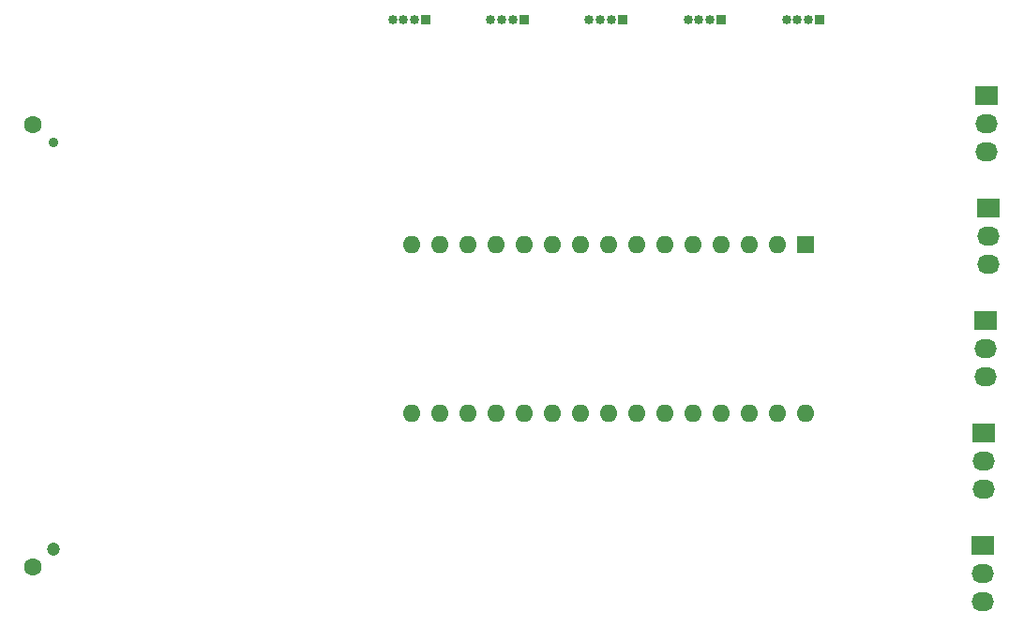
<source format=gbr>
%TF.GenerationSoftware,KiCad,Pcbnew,(6.0.5)*%
%TF.CreationDate,2022-05-12T23:47:52-05:00*%
%TF.ProjectId,RGBFAN,52474246-414e-42e6-9b69-6361645f7063,rev?*%
%TF.SameCoordinates,Original*%
%TF.FileFunction,Soldermask,Bot*%
%TF.FilePolarity,Negative*%
%FSLAX46Y46*%
G04 Gerber Fmt 4.6, Leading zero omitted, Abs format (unit mm)*
G04 Created by KiCad (PCBNEW (6.0.5)) date 2022-05-12 23:47:52*
%MOMM*%
%LPD*%
G01*
G04 APERTURE LIST*
%ADD10R,1.600000X1.600000*%
%ADD11O,1.600000X1.600000*%
%ADD12R,2.030000X1.730000*%
%ADD13O,2.030000X1.730000*%
%ADD14R,0.850000X0.850000*%
%ADD15O,0.850000X0.850000*%
%ADD16C,1.200000*%
%ADD17C,0.900000*%
%ADD18C,1.600000*%
G04 APERTURE END LIST*
D10*
%TO.C,NANO USB PORT GOES ON THIS SIDE*%
X147320000Y-86360000D03*
D11*
X144780000Y-86360000D03*
X142240000Y-86360000D03*
X139700000Y-86360000D03*
X137160000Y-86360000D03*
X134620000Y-86360000D03*
X132080000Y-86360000D03*
X129540000Y-86360000D03*
X127000000Y-86360000D03*
X124460000Y-86360000D03*
X121920000Y-86360000D03*
X119380000Y-86360000D03*
X116840000Y-86360000D03*
X114300000Y-86360000D03*
X111760000Y-86360000D03*
X111760000Y-101600000D03*
X114300000Y-101600000D03*
X116840000Y-101600000D03*
X119380000Y-101600000D03*
X121920000Y-101600000D03*
X124460000Y-101600000D03*
X127000000Y-101600000D03*
X129540000Y-101600000D03*
X132080000Y-101600000D03*
X134620000Y-101600000D03*
X137160000Y-101600000D03*
X139700000Y-101600000D03*
X142240000Y-101600000D03*
X144780000Y-101600000D03*
X147320000Y-101600000D03*
%TD*%
D12*
%TO.C,Fan 5*%
X163322000Y-113538000D03*
D13*
X163322000Y-116078000D03*
X163322000Y-118618000D03*
%TD*%
D14*
%TO.C,RGB_1*%
X113030000Y-66040000D03*
D15*
X112030000Y-66040000D03*
X111030000Y-66040000D03*
X110030000Y-66040000D03*
%TD*%
D14*
%TO.C,RGB_4*%
X139700000Y-66040000D03*
D15*
X138700000Y-66040000D03*
X137700000Y-66040000D03*
X136700000Y-66040000D03*
%TD*%
D14*
%TO.C,RGB_5*%
X148590000Y-66040000D03*
D15*
X147590000Y-66040000D03*
X146590000Y-66040000D03*
X145590000Y-66040000D03*
%TD*%
D12*
%TO.C,Fan 2*%
X163830000Y-83058000D03*
D13*
X163830000Y-85598000D03*
X163830000Y-88138000D03*
%TD*%
D14*
%TO.C,RGB_2*%
X121896000Y-66040000D03*
D15*
X120896000Y-66040000D03*
X119896000Y-66040000D03*
X118896000Y-66040000D03*
%TD*%
D14*
%TO.C,RGB_3*%
X130786000Y-66040000D03*
D15*
X129786000Y-66040000D03*
X128786000Y-66040000D03*
X127786000Y-66040000D03*
%TD*%
D16*
%TO.C,SATA CONNECTOR*%
X79395080Y-113904000D03*
D17*
X79395080Y-77104000D03*
D18*
X77595080Y-115504000D03*
X77595080Y-75504000D03*
%TD*%
D12*
%TO.C,Fan 3*%
X163576000Y-93218000D03*
D13*
X163576000Y-95758000D03*
X163576000Y-98298000D03*
%TD*%
D12*
%TO.C,Fan 1*%
X163697000Y-72888000D03*
D13*
X163697000Y-75428000D03*
X163697000Y-77968000D03*
%TD*%
D12*
%TO.C,Fan 4*%
X163443000Y-103368000D03*
D13*
X163443000Y-105908000D03*
X163443000Y-108448000D03*
%TD*%
M02*

</source>
